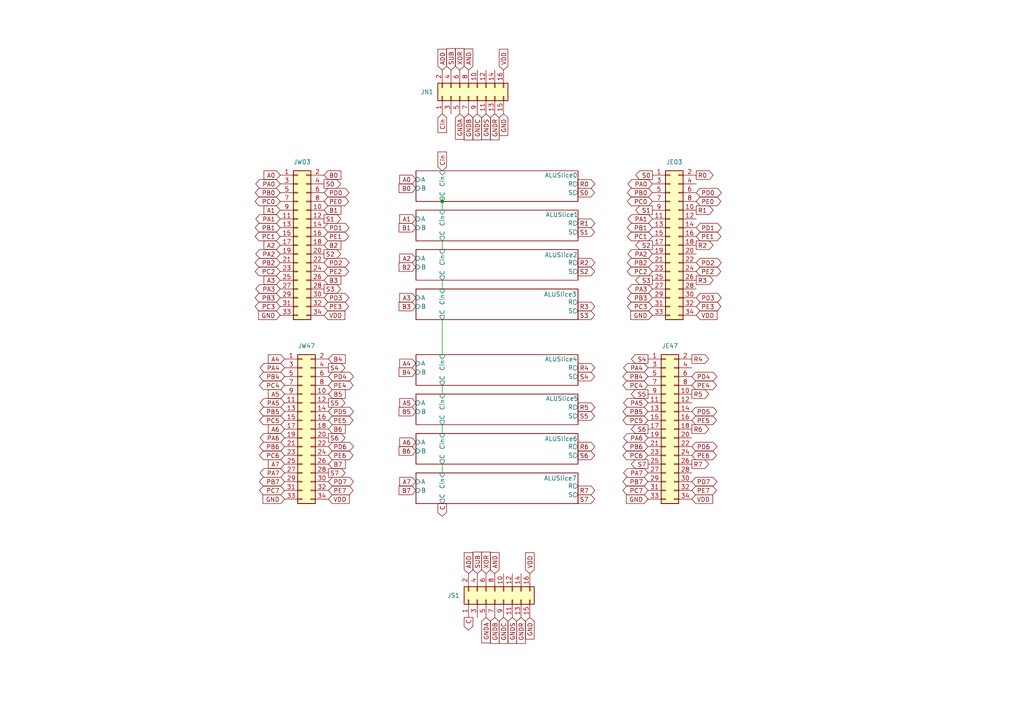
<source format=kicad_sch>
(kicad_sch (version 20250114) (generator "eeschema") (generator_version "9.0")
  (paper "A4")
  (lib_symbols
    (symbol "Connector_Generic:Conn_02x08_Odd_Even" (pin_names (offset 1.016) (hide yes))
      (property "Reference" "J" (at 1.27 10.16 0))
      (property "Value" "Conn_02x08_Odd_Even" (at 1.27 -12.7 0))
      (symbol "Conn_02x08_Odd_Even_1_1"
        (rectangle (start -1.27 8.89) (end 3.81 -11.43) (stroke (width 0.254)) (fill (type background)))
        (rectangle (start -1.27 7.747) (end 0 7.493) (stroke (width 0.1524)))
        (rectangle (start -1.27 5.207) (end 0 4.953) (stroke (width 0.1524)))
        (rectangle (start -1.27 2.667) (end 0 2.413) (stroke (width 0.1524)))
        (rectangle (start -1.27 0.127) (end 0 -0.127) (stroke (width 0.1524)))
        (rectangle (start -1.27 -2.413) (end 0 -2.667) (stroke (width 0.1524)))
        (rectangle (start -1.27 -4.953) (end 0 -5.207) (stroke (width 0.1524)))
        (rectangle (start -1.27 -7.493) (end 0 -7.747) (stroke (width 0.1524)))
        (rectangle (start -1.27 -10.033) (end 0 -10.287) (stroke (width 0.1524)))
        (rectangle (start 3.81 7.747) (end 2.54 7.493) (stroke (width 0.1524)))
        (rectangle (start 3.81 5.207) (end 2.54 4.953) (stroke (width 0.1524)))
        (rectangle (start 3.81 2.667) (end 2.54 2.413) (stroke (width 0.1524)))
        (rectangle (start 3.81 0.127) (end 2.54 -0.127) (stroke (width 0.1524)))
        (rectangle (start 3.81 -2.413) (end 2.54 -2.667) (stroke (width 0.1524)))
        (rectangle (start 3.81 -4.953) (end 2.54 -5.207) (stroke (width 0.1524)))
        (rectangle (start 3.81 -7.493) (end 2.54 -7.747) (stroke (width 0.1524)))
        (rectangle (start 3.81 -10.033) (end 2.54 -10.287) (stroke (width 0.1524)))
        (pin passive line (at -5.08 7.62 0) (length 3.81) (name "Pin_1") (number "1"))
        (pin passive line (at -5.08 5.08 0) (length 3.81) (name "Pin_3") (number "3"))
        (pin passive line (at -5.08 2.54 0) (length 3.81) (name "Pin_5") (number "5"))
        (pin passive line (at -5.08 0 0) (length 3.81) (name "Pin_7") (number "7"))
        (pin passive line (at -5.08 -2.54 0) (length 3.81) (name "Pin_9") (number "9"))
        (pin passive line (at -5.08 -5.08 0) (length 3.81) (name "Pin_11") (number "11"))
        (pin passive line (at -5.08 -7.62 0) (length 3.81) (name "Pin_13") (number "13"))
        (pin passive line (at -5.08 -10.16 0) (length 3.81) (name "Pin_15") (number "15"))
        (pin passive line (at 7.62 7.62 180) (length 3.81) (name "Pin_2") (number "2"))
        (pin passive line (at 7.62 5.08 180) (length 3.81) (name "Pin_4") (number "4"))
        (pin passive line (at 7.62 2.54 180) (length 3.81) (name "Pin_6") (number "6"))
        (pin passive line (at 7.62 0 180) (length 3.81) (name "Pin_8") (number "8"))
        (pin passive line (at 7.62 -2.54 180) (length 3.81) (name "Pin_10") (number "10"))
        (pin passive line (at 7.62 -5.08 180) (length 3.81) (name "Pin_12") (number "12"))
        (pin passive line (at 7.62 -7.62 180) (length 3.81) (name "Pin_14") (number "14"))
        (pin passive line (at 7.62 -10.16 180) (length 3.81) (name "Pin_16") (number "16"))
      )
    )
    (symbol "Connector_Generic:Conn_02x17_Odd_Even" (pin_names (offset 1.016) (hide yes))
      (property "Reference" "J" (at 1.27 22.86 0))
      (property "Value" "Conn_02x17_Odd_Even" (at 1.27 -22.86 0))
      (symbol "Conn_02x17_Odd_Even_1_1"
        (rectangle (start -1.27 21.59) (end 3.81 -21.59) (stroke (width 0.254)) (fill (type background)))
        (rectangle (start -1.27 20.447) (end 0 20.193) (stroke (width 0.1524)))
        (rectangle (start -1.27 17.907) (end 0 17.653) (stroke (width 0.1524)))
        (rectangle (start -1.27 15.367) (end 0 15.113) (stroke (width 0.1524)))
        (rectangle (start -1.27 12.827) (end 0 12.573) (stroke (width 0.1524)))
        (rectangle (start -1.27 10.287) (end 0 10.033) (stroke (width 0.1524)))
        (rectangle (start -1.27 7.747) (end 0 7.493) (stroke (width 0.1524)))
        (rectangle (start -1.27 5.207) (end 0 4.953) (stroke (width 0.1524)))
        (rectangle (start -1.27 2.667) (end 0 2.413) (stroke (width 0.1524)))
        (rectangle (start -1.27 0.127) (end 0 -0.127) (stroke (width 0.1524)))
        (rectangle (start -1.27 -2.413) (end 0 -2.667) (stroke (width 0.1524)))
        (rectangle (start -1.27 -4.953) (end 0 -5.207) (stroke (width 0.1524)))
        (rectangle (start -1.27 -7.493) (end 0 -7.747) (stroke (width 0.1524)))
        (rectangle (start -1.27 -10.033) (end 0 -10.287) (stroke (width 0.1524)))
        (rectangle (start -1.27 -12.573) (end 0 -12.827) (stroke (width 0.1524)))
        (rectangle (start -1.27 -15.113) (end 0 -15.367) (stroke (width 0.1524)))
        (rectangle (start -1.27 -17.653) (end 0 -17.907) (stroke (width 0.1524)))
        (rectangle (start -1.27 -20.193) (end 0 -20.447) (stroke (width 0.1524)))
        (rectangle (start 3.81 20.447) (end 2.54 20.193) (stroke (width 0.1524)))
        (rectangle (start 3.81 17.907) (end 2.54 17.653) (stroke (width 0.1524)))
        (rectangle (start 3.81 15.367) (end 2.54 15.113) (stroke (width 0.1524)))
        (rectangle (start 3.81 12.827) (end 2.54 12.573) (stroke (width 0.1524)))
        (rectangle (start 3.81 10.287) (end 2.54 10.033) (stroke (width 0.1524)))
        (rectangle (start 3.81 7.747) (end 2.54 7.493) (stroke (width 0.1524)))
        (rectangle (start 3.81 5.207) (end 2.54 4.953) (stroke (width 0.1524)))
        (rectangle (start 3.81 2.667) (end 2.54 2.413) (stroke (width 0.1524)))
        (rectangle (start 3.81 0.127) (end 2.54 -0.127) (stroke (width 0.1524)))
        (rectangle (start 3.81 -2.413) (end 2.54 -2.667) (stroke (width 0.1524)))
        (rectangle (start 3.81 -4.953) (end 2.54 -5.207) (stroke (width 0.1524)))
        (rectangle (start 3.81 -7.493) (end 2.54 -7.747) (stroke (width 0.1524)))
        (rectangle (start 3.81 -10.033) (end 2.54 -10.287) (stroke (width 0.1524)))
        (rectangle (start 3.81 -12.573) (end 2.54 -12.827) (stroke (width 0.1524)))
        (rectangle (start 3.81 -15.113) (end 2.54 -15.367) (stroke (width 0.1524)))
        (rectangle (start 3.81 -17.653) (end 2.54 -17.907) (stroke (width 0.1524)))
        (rectangle (start 3.81 -20.193) (end 2.54 -20.447) (stroke (width 0.1524)))
        (pin passive line (at -5.08 20.32 0) (length 3.81) (name "Pin_1") (number "1"))
        (pin passive line (at -5.08 17.78 0) (length 3.81) (name "Pin_3") (number "3"))
        (pin passive line (at -5.08 15.24 0) (length 3.81) (name "Pin_5") (number "5"))
        (pin passive line (at -5.08 12.7 0) (length 3.81) (name "Pin_7") (number "7"))
        (pin passive line (at -5.08 10.16 0) (length 3.81) (name "Pin_9") (number "9"))
        (pin passive line (at -5.08 7.62 0) (length 3.81) (name "Pin_11") (number "11"))
        (pin passive line (at -5.08 5.08 0) (length 3.81) (name "Pin_13") (number "13"))
        (pin passive line (at -5.08 2.54 0) (length 3.81) (name "Pin_15") (number "15"))
        (pin passive line (at -5.08 0 0) (length 3.81) (name "Pin_17") (number "17"))
        (pin passive line (at -5.08 -2.54 0) (length 3.81) (name "Pin_19") (number "19"))
        (pin passive line (at -5.08 -5.08 0) (length 3.81) (name "Pin_21") (number "21"))
        (pin passive line (at -5.08 -7.62 0) (length 3.81) (name "Pin_23") (number "23"))
        (pin passive line (at -5.08 -10.16 0) (length 3.81) (name "Pin_25") (number "25"))
        (pin passive line (at -5.08 -12.7 0) (length 3.81) (name "Pin_27") (number "27"))
        (pin passive line (at -5.08 -15.24 0) (length 3.81) (name "Pin_29") (number "29"))
        (pin passive line (at -5.08 -17.78 0) (length 3.81) (name "Pin_31") (number "31"))
        (pin passive line (at -5.08 -20.32 0) (length 3.81) (name "Pin_33") (number "33"))
        (pin passive line (at 7.62 20.32 180) (length 3.81) (name "Pin_2") (number "2"))
        (pin passive line (at 7.62 17.78 180) (length 3.81) (name "Pin_4") (number "4"))
        (pin passive line (at 7.62 15.24 180) (length 3.81) (name "Pin_6") (number "6"))
        (pin passive line (at 7.62 12.7 180) (length 3.81) (name "Pin_8") (number "8"))
        (pin passive line (at 7.62 10.16 180) (length 3.81) (name "Pin_10") (number "10"))
        (pin passive line (at 7.62 7.62 180) (length 3.81) (name "Pin_12") (number "12"))
        (pin passive line (at 7.62 5.08 180) (length 3.81) (name "Pin_14") (number "14"))
        (pin passive line (at 7.62 2.54 180) (length 3.81) (name "Pin_16") (number "16"))
        (pin passive line (at 7.62 0 180) (length 3.81) (name "Pin_18") (number "18"))
        (pin passive line (at 7.62 -2.54 180) (length 3.81) (name "Pin_20") (number "20"))
        (pin passive line (at 7.62 -5.08 180) (length 3.81) (name "Pin_22") (number "22"))
        (pin passive line (at 7.62 -7.62 180) (length 3.81) (name "Pin_24") (number "24"))
        (pin passive line (at 7.62 -10.16 180) (length 3.81) (name "Pin_26") (number "26"))
        (pin passive line (at 7.62 -12.7 180) (length 3.81) (name "Pin_28") (number "28"))
        (pin passive line (at 7.62 -15.24 180) (length 3.81) (name "Pin_30") (number "30"))
        (pin passive line (at 7.62 -17.78 180) (length 3.81) (name "Pin_32") (number "32"))
        (pin passive line (at 7.62 -20.32 180) (length 3.81) (name "Pin_34") (number "34"))
      )
    )
  )
  (junction (at 128.27 58.42))
  (wire (pts (xy 128.27 58.42) (xy 128.27 60.96)))
  (wire (pts (xy 128.27 69.85) (xy 128.27 72.39)))
  (wire (pts (xy 128.27 92.71) (xy 128.27 102.87)))
  (wire (pts (xy 128.27 81.28) (xy 128.27 83.82)))
  (wire (pts (xy 128.27 134.62) (xy 128.27 137.16)))
  (wire (pts (xy 128.27 123.19) (xy 128.27 125.73)))
  (wire (pts (xy 128.27 111.76) (xy 128.27 114.3)))
  (wire (pts (xy 128.27 57.15) (xy 128.27 58.42)))
  (global_label "PB7" (shape bidirectional) (at 187.96 139.7 180) (property "Intersheetrefs" "${INTERSHEET_REFS}" (effects (hide yes))))
  (global_label "PD6" (shape bidirectional) (at 95.25 129.54 0) (property "Intersheetrefs" "${INTERSHEET_REFS}" (effects (hide yes))))
  (global_label "PB4" (shape bidirectional) (at 187.96 109.22 180) (property "Intersheetrefs" "${INTERSHEET_REFS}" (effects (hide yes))))
  (global_label "R6" (shape output) (at 200.66 124.46 0) (property "Intersheetrefs" "${INTERSHEET_REFS}" (effects (hide yes))))
  (global_label "B2" (shape input) (at 120.65 77.47 180) (property "Intersheetrefs" "${INTERSHEET_REFS}" (effects (hide yes))))
  (global_label "B7" (shape input) (at 120.65 142.24 180) (property "Intersheetrefs" "${INTERSHEET_REFS}" (effects (hide yes))))
  (global_label "GNDS" (shape input) (at 148.59 179.07 270) (property "Intersheetrefs" "${INTERSHEET_REFS}" (effects (hide yes))))
  (global_label "S4" (shape output) (at 187.96 104.14 180) (property "Intersheetrefs" "${INTERSHEET_REFS}" (effects (hide yes))))
  (global_label "B7" (shape input) (at 95.25 134.62 0) (property "Intersheetrefs" "${INTERSHEET_REFS}" (effects (hide yes))))
  (global_label "GNDR" (shape input) (at 143.51 33.02 270) (property "Intersheetrefs" "${INTERSHEET_REFS}" (effects (hide yes))))
  (global_label "R1" (shape output) (at 201.93 60.96 0) (property "Intersheetrefs" "${INTERSHEET_REFS}" (effects (hide yes))))
  (global_label "VDD" (shape input) (at 200.66 144.78 0) (property "Intersheetrefs" "${INTERSHEET_REFS}" (effects (hide yes))))
  (global_label "GND" (shape input) (at 187.96 144.78 180) (property "Intersheetrefs" "${INTERSHEET_REFS}" (effects (hide yes))))
  (global_label "PB2" (shape bidirectional) (at 189.23 76.2 180) (property "Intersheetrefs" "${INTERSHEET_REFS}" (effects (hide yes))))
  (global_label "S3" (shape output) (at 189.23 81.28 180) (property "Intersheetrefs" "${INTERSHEET_REFS}" (effects (hide yes))))
  (global_label "C" (shape output) (at 128.27 146.05 270) (property "Intersheetrefs" "${INTERSHEET_REFS}" (effects (hide yes))))
  (global_label "B5" (shape input) (at 120.65 119.38 180) (property "Intersheetrefs" "${INTERSHEET_REFS}" (effects (hide yes))))
  (global_label "R5" (shape output) (at 200.66 114.3 0) (property "Intersheetrefs" "${INTERSHEET_REFS}" (effects (hide yes))))
  (global_label "R1" (shape output) (at 167.64 64.77 0) (property "Intersheetrefs" "${INTERSHEET_REFS}" (effects (hide yes))))
  (global_label "PC3" (shape bidirectional) (at 81.28 88.9 180) (property "Intersheetrefs" "${INTERSHEET_REFS}" (effects (hide yes))))
  (global_label "PD0" (shape bidirectional) (at 201.93 55.88 0) (property "Intersheetrefs" "${INTERSHEET_REFS}" (effects (hide yes))))
  (global_label "VDD" (shape input) (at 153.67 166.37 90) (property "Intersheetrefs" "${INTERSHEET_REFS}" (effects (hide yes))))
  (global_label "GNDA" (shape input) (at 133.35 33.02 270) (property "Intersheetrefs" "${INTERSHEET_REFS}" (effects (hide yes))))
  (global_label "B4" (shape input) (at 120.65 107.95 180) (property "Intersheetrefs" "${INTERSHEET_REFS}" (effects (hide yes))))
  (global_label "S1" (shape output) (at 189.23 60.96 180) (property "Intersheetrefs" "${INTERSHEET_REFS}" (effects (hide yes))))
  (global_label "PC7" (shape bidirectional) (at 187.96 142.24 180) (property "Intersheetrefs" "${INTERSHEET_REFS}" (effects (hide yes))))
  (global_label "PD5" (shape bidirectional) (at 200.66 119.38 0) (property "Intersheetrefs" "${INTERSHEET_REFS}" (effects (hide yes))))
  (global_label "GND" (shape input) (at 82.55 144.78 180) (property "Intersheetrefs" "${INTERSHEET_REFS}" (effects (hide yes))))
  (global_label "S6" (shape output) (at 95.25 127 0) (property "Intersheetrefs" "${INTERSHEET_REFS}" (effects (hide yes))))
  (global_label "PE7" (shape bidirectional) (at 95.25 142.24 0) (property "Intersheetrefs" "${INTERSHEET_REFS}" (effects (hide yes))))
  (global_label "XOR" (shape input) (at 133.35 20.32 90) (property "Intersheetrefs" "${INTERSHEET_REFS}" (effects (hide yes))))
  (global_label "A2" (shape input) (at 81.28 71.12 180) (property "Intersheetrefs" "${INTERSHEET_REFS}" (effects (hide yes))))
  (global_label "PC3" (shape bidirectional) (at 189.23 88.9 180) (property "Intersheetrefs" "${INTERSHEET_REFS}" (effects (hide yes))))
  (global_label "S6" (shape output) (at 187.96 124.46 180) (property "Intersheetrefs" "${INTERSHEET_REFS}" (effects (hide yes))))
  (global_label "S5" (shape output) (at 187.96 114.3 180) (property "Intersheetrefs" "${INTERSHEET_REFS}" (effects (hide yes))))
  (global_label "A2" (shape input) (at 120.65 74.93 180) (property "Intersheetrefs" "${INTERSHEET_REFS}" (effects (hide yes))))
  (global_label "PA4" (shape bidirectional) (at 187.96 106.68 180) (property "Intersheetrefs" "${INTERSHEET_REFS}" (effects (hide yes))))
  (global_label "PB0" (shape bidirectional) (at 189.23 55.88 180) (property "Intersheetrefs" "${INTERSHEET_REFS}" (effects (hide yes))))
  (global_label "PD4" (shape bidirectional) (at 200.66 109.22 0) (property "Intersheetrefs" "${INTERSHEET_REFS}" (effects (hide yes))))
  (global_label "S2" (shape output) (at 93.98 73.66 0) (property "Intersheetrefs" "${INTERSHEET_REFS}" (effects (hide yes))))
  (global_label "PE4" (shape bidirectional) (at 95.25 111.76 0) (property "Intersheetrefs" "${INTERSHEET_REFS}" (effects (hide yes))))
  (global_label "PB6" (shape bidirectional) (at 187.96 129.54 180) (property "Intersheetrefs" "${INTERSHEET_REFS}" (effects (hide yes))))
  (global_label "PC5" (shape bidirectional) (at 187.96 121.92 180) (property "Intersheetrefs" "${INTERSHEET_REFS}" (effects (hide yes))))
  (global_label "PC2" (shape bidirectional) (at 189.23 78.74 180) (property "Intersheetrefs" "${INTERSHEET_REFS}" (effects (hide yes))))
  (global_label "PA5" (shape bidirectional) (at 187.96 116.84 180) (property "Intersheetrefs" "${INTERSHEET_REFS}" (effects (hide yes))))
  (global_label "B0" (shape input) (at 120.65 54.61 180) (property "Intersheetrefs" "${INTERSHEET_REFS}" (effects (hide yes))))
  (global_label "GNDC" (shape input) (at 146.05 179.07 270) (property "Intersheetrefs" "${INTERSHEET_REFS}" (effects (hide yes))))
  (global_label "GND" (shape input) (at 146.05 33.02 270) (property "Intersheetrefs" "${INTERSHEET_REFS}" (effects (hide yes))))
  (global_label "S1" (shape output) (at 93.98 63.5 0) (property "Intersheetrefs" "${INTERSHEET_REFS}" (effects (hide yes))))
  (global_label "PE0" (shape bidirectional) (at 93.98 58.42 0) (property "Intersheetrefs" "${INTERSHEET_REFS}" (effects (hide yes))))
  (global_label "PA7" (shape bidirectional) (at 82.55 137.16 180) (property "Intersheetrefs" "${INTERSHEET_REFS}" (effects (hide yes))))
  (global_label "PE3" (shape bidirectional) (at 93.98 88.9 0) (property "Intersheetrefs" "${INTERSHEET_REFS}" (effects (hide yes))))
  (global_label "PC6" (shape bidirectional) (at 82.55 132.08 180) (property "Intersheetrefs" "${INTERSHEET_REFS}" (effects (hide yes))))
  (global_label "A1" (shape input) (at 81.28 60.96 180) (property "Intersheetrefs" "${INTERSHEET_REFS}" (effects (hide yes))))
  (global_label "PA0" (shape bidirectional) (at 81.28 53.34 180) (property "Intersheetrefs" "${INTERSHEET_REFS}" (effects (hide yes))))
  (global_label "S7" (shape output) (at 95.25 137.16 0) (property "Intersheetrefs" "${INTERSHEET_REFS}" (effects (hide yes))))
  (global_label "GNDA" (shape input) (at 140.97 179.07 270) (property "Intersheetrefs" "${INTERSHEET_REFS}" (effects (hide yes))))
  (global_label "PB0" (shape bidirectional) (at 81.28 55.88 180) (property "Intersheetrefs" "${INTERSHEET_REFS}" (effects (hide yes))))
  (global_label "PD2" (shape bidirectional) (at 93.98 76.2 0) (property "Intersheetrefs" "${INTERSHEET_REFS}" (effects (hide yes))))
  (global_label "PA2" (shape bidirectional) (at 81.28 73.66 180) (property "Intersheetrefs" "${INTERSHEET_REFS}" (effects (hide yes))))
  (global_label "S4" (shape output) (at 167.64 109.22 0) (property "Intersheetrefs" "${INTERSHEET_REFS}" (effects (hide yes))))
  (global_label "PE6" (shape bidirectional) (at 200.66 132.08 0) (property "Intersheetrefs" "${INTERSHEET_REFS}" (effects (hide yes))))
  (global_label "S2" (shape output) (at 167.64 78.74 0) (property "Intersheetrefs" "${INTERSHEET_REFS}" (effects (hide yes))))
  (global_label "PC1" (shape bidirectional) (at 189.23 68.58 180) (property "Intersheetrefs" "${INTERSHEET_REFS}" (effects (hide yes))))
  (global_label "A5" (shape input) (at 82.55 114.3 180) (property "Intersheetrefs" "${INTERSHEET_REFS}" (effects (hide yes))))
  (global_label "GND" (shape input) (at 189.23 91.44 180) (property "Intersheetrefs" "${INTERSHEET_REFS}" (effects (hide yes))))
  (global_label "PB7" (shape bidirectional) (at 82.55 139.7 180) (property "Intersheetrefs" "${INTERSHEET_REFS}" (effects (hide yes))))
  (global_label "ADD" (shape input) (at 128.27 20.32 90) (property "Intersheetrefs" "${INTERSHEET_REFS}" (effects (hide yes))))
  (global_label "PD7" (shape bidirectional) (at 95.25 139.7 0) (property "Intersheetrefs" "${INTERSHEET_REFS}" (effects (hide yes))))
  (global_label "B6" (shape input) (at 95.25 124.46 0) (property "Intersheetrefs" "${INTERSHEET_REFS}" (effects (hide yes))))
  (global_label "A3" (shape input) (at 81.28 81.28 180) (property "Intersheetrefs" "${INTERSHEET_REFS}" (effects (hide yes))))
  (global_label "PC4" (shape bidirectional) (at 187.96 111.76 180) (property "Intersheetrefs" "${INTERSHEET_REFS}" (effects (hide yes))))
  (global_label "R0" (shape output) (at 167.64 53.34 0) (property "Intersheetrefs" "${INTERSHEET_REFS}" (effects (hide yes))))
  (global_label "GNDC" (shape input) (at 138.43 33.02 270) (property "Intersheetrefs" "${INTERSHEET_REFS}" (effects (hide yes))))
  (global_label "PC7" (shape bidirectional) (at 82.55 142.24 180) (property "Intersheetrefs" "${INTERSHEET_REFS}" (effects (hide yes))))
  (global_label "PA3" (shape bidirectional) (at 189.23 83.82 180) (property "Intersheetrefs" "${INTERSHEET_REFS}" (effects (hide yes))))
  (global_label "GND" (shape input) (at 81.28 91.44 180) (property "Intersheetrefs" "${INTERSHEET_REFS}" (effects (hide yes))))
  (global_label "PB2" (shape bidirectional) (at 81.28 76.2 180) (property "Intersheetrefs" "${INTERSHEET_REFS}" (effects (hide yes))))
  (global_label "R2" (shape output) (at 167.64 76.2 0) (property "Intersheetrefs" "${INTERSHEET_REFS}" (effects (hide yes))))
  (global_label "PA2" (shape bidirectional) (at 189.23 73.66 180) (property "Intersheetrefs" "${INTERSHEET_REFS}" (effects (hide yes))))
  (global_label "PB6" (shape bidirectional) (at 82.55 129.54 180) (property "Intersheetrefs" "${INTERSHEET_REFS}" (effects (hide yes))))
  (global_label "B3" (shape input) (at 120.65 88.9 180) (property "Intersheetrefs" "${INTERSHEET_REFS}" (effects (hide yes))))
  (global_label "PD5" (shape bidirectional) (at 95.25 119.38 0) (property "Intersheetrefs" "${INTERSHEET_REFS}" (effects (hide yes))))
  (global_label "B0" (shape input) (at 93.98 50.8 0) (property "Intersheetrefs" "${INTERSHEET_REFS}" (effects (hide yes))))
  (global_label "PE2" (shape bidirectional) (at 201.93 78.74 0) (property "Intersheetrefs" "${INTERSHEET_REFS}" (effects (hide yes))))
  (global_label "S5" (shape output) (at 95.25 116.84 0) (property "Intersheetrefs" "${INTERSHEET_REFS}" (effects (hide yes))))
  (global_label "S2" (shape output) (at 189.23 71.12 180) (property "Intersheetrefs" "${INTERSHEET_REFS}" (effects (hide yes))))
  (global_label "R5" (shape output) (at 167.64 118.11 0) (property "Intersheetrefs" "${INTERSHEET_REFS}" (effects (hide yes))))
  (global_label "S3" (shape output) (at 167.64 91.44 0) (property "Intersheetrefs" "${INTERSHEET_REFS}" (effects (hide yes))))
  (global_label "S4" (shape output) (at 95.25 106.68 0) (property "Intersheetrefs" "${INTERSHEET_REFS}" (effects (hide yes))))
  (global_label "GNDB" (shape input) (at 143.51 179.07 270) (property "Intersheetrefs" "${INTERSHEET_REFS}" (effects (hide yes))))
  (global_label "PB5" (shape bidirectional) (at 82.55 119.38 180) (property "Intersheetrefs" "${INTERSHEET_REFS}" (effects (hide yes))))
  (global_label "Cin" (shape input) (at 128.27 49.53 90) (property "Intersheetrefs" "${INTERSHEET_REFS}" (effects (hide yes))))
  (global_label "B1" (shape input) (at 120.65 66.04 180) (property "Intersheetrefs" "${INTERSHEET_REFS}" (effects (hide yes))))
  (global_label "A4" (shape input) (at 82.55 104.14 180) (property "Intersheetrefs" "${INTERSHEET_REFS}" (effects (hide yes))))
  (global_label "PC5" (shape bidirectional) (at 82.55 121.92 180) (property "Intersheetrefs" "${INTERSHEET_REFS}" (effects (hide yes))))
  (global_label "PB1" (shape bidirectional) (at 189.23 66.04 180) (property "Intersheetrefs" "${INTERSHEET_REFS}" (effects (hide yes))))
  (global_label "S0" (shape output) (at 93.98 53.34 0) (property "Intersheetrefs" "${INTERSHEET_REFS}" (effects (hide yes))))
  (global_label "B2" (shape input) (at 93.98 71.12 0) (property "Intersheetrefs" "${INTERSHEET_REFS}" (effects (hide yes))))
  (global_label "B4" (shape input) (at 95.25 104.14 0) (property "Intersheetrefs" "${INTERSHEET_REFS}" (effects (hide yes))))
  (global_label "B3" (shape input) (at 93.98 81.28 0) (property "Intersheetrefs" "${INTERSHEET_REFS}" (effects (hide yes))))
  (global_label "S7" (shape output) (at 187.96 134.62 180) (property "Intersheetrefs" "${INTERSHEET_REFS}" (effects (hide yes))))
  (global_label "XOR" (shape input) (at 140.97 166.37 90) (property "Intersheetrefs" "${INTERSHEET_REFS}" (effects (hide yes))))
  (global_label "PC4" (shape bidirectional) (at 82.55 111.76 180) (property "Intersheetrefs" "${INTERSHEET_REFS}" (effects (hide yes))))
  (global_label "PC0" (shape bidirectional) (at 189.23 58.42 180) (property "Intersheetrefs" "${INTERSHEET_REFS}" (effects (hide yes))))
  (global_label "A0" (shape input) (at 81.28 50.8 180) (property "Intersheetrefs" "${INTERSHEET_REFS}" (effects (hide yes))))
  (global_label "PD2" (shape bidirectional) (at 201.93 76.2 0) (property "Intersheetrefs" "${INTERSHEET_REFS}" (effects (hide yes))))
  (global_label "Cin" (shape input) (at 128.27 33.02 270) (property "Intersheetrefs" "${INTERSHEET_REFS}" (effects (hide yes))))
  (global_label "PE7" (shape bidirectional) (at 200.66 142.24 0) (property "Intersheetrefs" "${INTERSHEET_REFS}" (effects (hide yes))))
  (global_label "A7" (shape input) (at 120.65 139.7 180) (property "Intersheetrefs" "${INTERSHEET_REFS}" (effects (hide yes))))
  (global_label "PC0" (shape bidirectional) (at 81.28 58.42 180) (property "Intersheetrefs" "${INTERSHEET_REFS}" (effects (hide yes))))
  (global_label "A3" (shape input) (at 120.65 86.36 180) (property "Intersheetrefs" "${INTERSHEET_REFS}" (effects (hide yes))))
  (global_label "PE5" (shape bidirectional) (at 200.66 121.92 0) (property "Intersheetrefs" "${INTERSHEET_REFS}" (effects (hide yes))))
  (global_label "SUB" (shape input) (at 130.81 20.32 90) (property "Intersheetrefs" "${INTERSHEET_REFS}" (effects (hide yes))))
  (global_label "GND" (shape input) (at 153.67 179.07 270) (property "Intersheetrefs" "${INTERSHEET_REFS}" (effects (hide yes))))
  (global_label "A7" (shape input) (at 82.55 134.62 180) (property "Intersheetrefs" "${INTERSHEET_REFS}" (effects (hide yes))))
  (global_label "VDD" (shape input) (at 93.98 91.44 0) (property "Intersheetrefs" "${INTERSHEET_REFS}" (effects (hide yes))))
  (global_label "PE1" (shape bidirectional) (at 201.93 68.58 0) (property "Intersheetrefs" "${INTERSHEET_REFS}" (effects (hide yes))))
  (global_label "S5" (shape output) (at 167.64 120.65 0) (property "Intersheetrefs" "${INTERSHEET_REFS}" (effects (hide yes))))
  (global_label "PE6" (shape bidirectional) (at 95.25 132.08 0) (property "Intersheetrefs" "${INTERSHEET_REFS}" (effects (hide yes))))
  (global_label "PD4" (shape bidirectional) (at 95.25 109.22 0) (property "Intersheetrefs" "${INTERSHEET_REFS}" (effects (hide yes))))
  (global_label "R6" (shape output) (at 167.64 129.54 0) (property "Intersheetrefs" "${INTERSHEET_REFS}" (effects (hide yes))))
  (global_label "PD6" (shape bidirectional) (at 200.66 129.54 0) (property "Intersheetrefs" "${INTERSHEET_REFS}" (effects (hide yes))))
  (global_label "PE3" (shape bidirectional) (at 201.93 88.9 0) (property "Intersheetrefs" "${INTERSHEET_REFS}" (effects (hide yes))))
  (global_label "AND" (shape input) (at 143.51 166.37 90) (property "Intersheetrefs" "${INTERSHEET_REFS}" (effects (hide yes))))
  (global_label "PC1" (shape bidirectional) (at 81.28 68.58 180) (property "Intersheetrefs" "${INTERSHEET_REFS}" (effects (hide yes))))
  (global_label "A6" (shape input) (at 82.55 124.46 180) (property "Intersheetrefs" "${INTERSHEET_REFS}" (effects (hide yes))))
  (global_label "B6" (shape input) (at 120.65 130.81 180) (property "Intersheetrefs" "${INTERSHEET_REFS}" (effects (hide yes))))
  (global_label "GNDR" (shape input) (at 151.13 179.07 270) (property "Intersheetrefs" "${INTERSHEET_REFS}" (effects (hide yes))))
  (global_label "B5" (shape input) (at 95.25 114.3 0) (property "Intersheetrefs" "${INTERSHEET_REFS}" (effects (hide yes))))
  (global_label "PD3" (shape bidirectional) (at 201.93 86.36 0) (property "Intersheetrefs" "${INTERSHEET_REFS}" (effects (hide yes))))
  (global_label "PB3" (shape bidirectional) (at 81.28 86.36 180) (property "Intersheetrefs" "${INTERSHEET_REFS}" (effects (hide yes))))
  (global_label "A5" (shape input) (at 120.65 116.84 180) (property "Intersheetrefs" "${INTERSHEET_REFS}" (effects (hide yes))))
  (global_label "S0" (shape output) (at 189.23 50.8 180) (property "Intersheetrefs" "${INTERSHEET_REFS}" (effects (hide yes))))
  (global_label "A1" (shape input) (at 120.65 63.5 180) (property "Intersheetrefs" "${INTERSHEET_REFS}" (effects (hide yes))))
  (global_label "ADD" (shape input) (at 135.89 166.37 90) (property "Intersheetrefs" "${INTERSHEET_REFS}" (effects (hide yes))))
  (global_label "C" (shape output) (at 135.89 179.07 270) (property "Intersheetrefs" "${INTERSHEET_REFS}" (effects (hide yes))))
  (global_label "PD1" (shape bidirectional) (at 201.93 66.04 0) (property "Intersheetrefs" "${INTERSHEET_REFS}" (effects (hide yes))))
  (global_label "PB3" (shape bidirectional) (at 189.23 86.36 180) (property "Intersheetrefs" "${INTERSHEET_REFS}" (effects (hide yes))))
  (global_label "R3" (shape output) (at 167.64 88.9 0) (property "Intersheetrefs" "${INTERSHEET_REFS}" (effects (hide yes))))
  (global_label "S1" (shape output) (at 167.64 67.31 0) (property "Intersheetrefs" "${INTERSHEET_REFS}" (effects (hide yes))))
  (global_label "VDD" (shape input) (at 95.25 144.78 0) (property "Intersheetrefs" "${INTERSHEET_REFS}" (effects (hide yes))))
  (global_label "PD3" (shape bidirectional) (at 93.98 86.36 0) (property "Intersheetrefs" "${INTERSHEET_REFS}" (effects (hide yes))))
  (global_label "PC2" (shape bidirectional) (at 81.28 78.74 180) (property "Intersheetrefs" "${INTERSHEET_REFS}" (effects (hide yes))))
  (global_label "PA5" (shape bidirectional) (at 82.55 116.84 180) (property "Intersheetrefs" "${INTERSHEET_REFS}" (effects (hide yes))))
  (global_label "PE4" (shape bidirectional) (at 200.66 111.76 0) (property "Intersheetrefs" "${INTERSHEET_REFS}" (effects (hide yes))))
  (global_label "PA0" (shape bidirectional) (at 189.23 53.34 180) (property "Intersheetrefs" "${INTERSHEET_REFS}" (effects (hide yes))))
  (global_label "B1" (shape input) (at 93.98 60.96 0) (property "Intersheetrefs" "${INTERSHEET_REFS}" (effects (hide yes))))
  (global_label "PA1" (shape bidirectional) (at 81.28 63.5 180) (property "Intersheetrefs" "${INTERSHEET_REFS}" (effects (hide yes))))
  (global_label "AND" (shape input) (at 135.89 20.32 90) (property "Intersheetrefs" "${INTERSHEET_REFS}" (effects (hide yes))))
  (global_label "PB5" (shape bidirectional) (at 187.96 119.38 180) (property "Intersheetrefs" "${INTERSHEET_REFS}" (effects (hide yes))))
  (global_label "PC6" (shape bidirectional) (at 187.96 132.08 180) (property "Intersheetrefs" "${INTERSHEET_REFS}" (effects (hide yes))))
  (global_label "PB4" (shape bidirectional) (at 82.55 109.22 180) (property "Intersheetrefs" "${INTERSHEET_REFS}" (effects (hide yes))))
  (global_label "R4" (shape output) (at 167.64 106.68 0) (property "Intersheetrefs" "${INTERSHEET_REFS}" (effects (hide yes))))
  (global_label "R0" (shape output) (at 201.93 50.8 0) (property "Intersheetrefs" "${INTERSHEET_REFS}" (effects (hide yes))))
  (global_label "PA1" (shape bidirectional) (at 189.23 63.5 180) (property "Intersheetrefs" "${INTERSHEET_REFS}" (effects (hide yes))))
  (global_label "SUB" (shape input) (at 138.43 166.37 90) (property "Intersheetrefs" "${INTERSHEET_REFS}" (effects (hide yes))))
  (global_label "PA4" (shape bidirectional) (at 82.55 106.68 180) (property "Intersheetrefs" "${INTERSHEET_REFS}" (effects (hide yes))))
  (global_label "R4" (shape output) (at 200.66 104.14 0) (property "Intersheetrefs" "${INTERSHEET_REFS}" (effects (hide yes))))
  (global_label "S7" (shape output) (at 167.64 144.78 0) (property "Intersheetrefs" "${INTERSHEET_REFS}" (effects (hide yes))))
  (global_label "A6" (shape input) (at 120.65 128.27 180) (property "Intersheetrefs" "${INTERSHEET_REFS}" (effects (hide yes))))
  (global_label "A0" (shape input) (at 120.65 52.07 180) (property "Intersheetrefs" "${INTERSHEET_REFS}" (effects (hide yes))))
  (global_label "R3" (shape output) (at 201.93 81.28 0) (property "Intersheetrefs" "${INTERSHEET_REFS}" (effects (hide yes))))
  (global_label "VDD" (shape input) (at 201.93 91.44 0) (property "Intersheetrefs" "${INTERSHEET_REFS}" (effects (hide yes))))
  (global_label "PA7" (shape bidirectional) (at 187.96 137.16 180) (property "Intersheetrefs" "${INTERSHEET_REFS}" (effects (hide yes))))
  (global_label "PE1" (shape bidirectional) (at 93.98 68.58 0) (property "Intersheetrefs" "${INTERSHEET_REFS}" (effects (hide yes))))
  (global_label "S6" (shape output) (at 167.64 132.08 0) (property "Intersheetrefs" "${INTERSHEET_REFS}" (effects (hide yes))))
  (global_label "PA3" (shape bidirectional) (at 81.28 83.82 180) (property "Intersheetrefs" "${INTERSHEET_REFS}" (effects (hide yes))))
  (global_label "GNDS" (shape input) (at 140.97 33.02 270) (property "Intersheetrefs" "${INTERSHEET_REFS}" (effects (hide yes))))
  (global_label "S3" (shape output) (at 93.98 83.82 0) (property "Intersheetrefs" "${INTERSHEET_REFS}" (effects (hide yes))))
  (global_label "GNDB" (shape input) (at 135.89 33.02 270) (property "Intersheetrefs" "${INTERSHEET_REFS}" (effects (hide yes))))
  (global_label "PA6" (shape bidirectional) (at 187.96 127 180) (property "Intersheetrefs" "${INTERSHEET_REFS}" (effects (hide yes))))
  (global_label "PD1" (shape bidirectional) (at 93.98 66.04 0) (property "Intersheetrefs" "${INTERSHEET_REFS}" (effects (hide yes))))
  (global_label "PA6" (shape bidirectional) (at 82.55 127 180) (property "Intersheetrefs" "${INTERSHEET_REFS}" (effects (hide yes))))
  (global_label "PE5" (shape bidirectional) (at 95.25 121.92 0) (property "Intersheetrefs" "${INTERSHEET_REFS}" (effects (hide yes))))
  (global_label "R7" (shape output) (at 200.66 134.62 0) (property "Intersheetrefs" "${INTERSHEET_REFS}" (effects (hide yes))))
  (global_label "R2" (shape output) (at 201.93 71.12 0) (property "Intersheetrefs" "${INTERSHEET_REFS}" (effects (hide yes))))
  (global_label "VDD" (shape input) (at 146.05 20.32 90) (property "Intersheetrefs" "${INTERSHEET_REFS}" (effects (hide yes))))
  (global_label "A4" (shape input) (at 120.65 105.41 180) (property "Intersheetrefs" "${INTERSHEET_REFS}" (effects (hide yes))))
  (global_label "PD0" (shape bidirectional) (at 93.98 55.88 0) (property "Intersheetrefs" "${INTERSHEET_REFS}" (effects (hide yes))))
  (global_label "S0" (shape output) (at 167.64 55.88 0) (property "Intersheetrefs" "${INTERSHEET_REFS}" (effects (hide yes))))
  (global_label "PE0" (shape bidirectional) (at 201.93 58.42 0) (property "Intersheetrefs" "${INTERSHEET_REFS}" (effects (hide yes))))
  (global_label "PD7" (shape bidirectional) (at 200.66 139.7 0) (property "Intersheetrefs" "${INTERSHEET_REFS}" (effects (hide yes))))
  (global_label "PB1" (shape bidirectional) (at 81.28 66.04 180) (property "Intersheetrefs" "${INTERSHEET_REFS}" (effects (hide yes))))
  (global_label "R7" (shape output) (at 167.64 142.24 0) (property "Intersheetrefs" "${INTERSHEET_REFS}" (effects (hide yes))))
  (global_label "PE2" (shape bidirectional) (at 93.98 78.74 0) (property "Intersheetrefs" "${INTERSHEET_REFS}" (effects (hide yes))))
  (symbol (lib_id "Connector_Generic:Conn_02x17_Odd_Even") (at 86.36 71.12 0) (unit 1) (in_bom no)
    (property "Reference" "JW03" (at 87.63 46.99 0))
    (property "Footprint" "Connector_PinHeader_2.54mm:PinHeader_2x17_P2.54mm_Vertical" (effects (hide yes)))
    (property "Description" "Generic connector, double row, 02x17, odd/even pin numbering scheme (row 1 odd numbers, row 2 even numbers), script generated (kicad-library-utils/schlib/autogen/connector/)" (effects (hide yes)))
  )
  (symbol (lib_id "Connector_Generic:Conn_02x08_Odd_Even") (at 135.89 27.94 90) (unit 1) (in_bom no)
    (property "Reference" "JN1" (at 125.73 26.6699 90) (effects (justify left)))
    (property "Footprint" "Connector_PinHeader_2.54mm:PinHeader_2x08_P2.54mm_Vertical" (effects (hide yes)))
    (property "Description" "Generic connector, double row, 02x08, odd/even pin numbering scheme (row 1 odd numbers, row 2 even numbers), script generated (kicad-library-utils/schlib/autogen/connector/)" (effects (hide yes)))
  )
  (symbol (lib_id "Connector_Generic:Conn_02x08_Odd_Even") (at 143.51 173.99 90) (unit 1) (in_bom no)
    (property "Reference" "JS1" (at 133.35 172.7199 90) (effects (justify left)))
    (property "Footprint" "Connector_PinHeader_2.54mm:PinHeader_2x08_P2.54mm_Vertical" (effects (hide yes)))
    (property "Description" "Generic connector, double row, 02x08, odd/even pin numbering scheme (row 1 odd numbers, row 2 even numbers), script generated (kicad-library-utils/schlib/autogen/connector/)" (effects (hide yes)))
  )
  (symbol (lib_id "Connector_Generic:Conn_02x17_Odd_Even") (at 194.31 71.12 0) (unit 1) (in_bom no)
    (property "Reference" "JE03" (at 195.58 46.99 0))
    (property "Footprint" "Connector_PinHeader_2.54mm:PinHeader_2x17_P2.54mm_Vertical" (effects (hide yes)))
    (property "Description" "Generic connector, double row, 02x17, odd/even pin numbering scheme (row 1 odd numbers, row 2 even numbers), script generated (kicad-library-utils/schlib/autogen/connector/)" (effects (hide yes)))
  )
  (symbol (lib_id "Connector_Generic:Conn_02x17_Odd_Even") (at 87.63 124.46 0) (unit 1) (in_bom no)
    (property "Reference" "JW47" (at 88.9 100.33 0))
    (property "Footprint" "Connector_PinHeader_2.54mm:PinHeader_2x17_P2.54mm_Vertical" (effects (hide yes)))
    (property "Description" "Generic connector, double row, 02x17, odd/even pin numbering scheme (row 1 odd numbers, row 2 even numbers), script generated (kicad-library-utils/schlib/autogen/connector/)" (effects (hide yes)))
  )
  (symbol (lib_id "Connector_Generic:Conn_02x17_Odd_Even") (at 193.04 124.46 0) (unit 1) (in_bom no)
    (property "Reference" "JE47" (at 194.31 100.33 0))
    (property "Footprint" "Connector_PinHeader_2.54mm:PinHeader_2x17_P2.54mm_Vertical" (effects (hide yes)))
    (property "Description" "Generic connector, double row, 02x17, odd/even pin numbering scheme (row 1 odd numbers, row 2 even numbers), script generated (kicad-library-utils/schlib/autogen/connector/)" (effects (hide yes)))
  )
  (sheet (at 120.65 102.87) (size 46.99 8.89) (stroke (width 0.1524))
    (property "Sheetname" "ALUSlice4" (at 157.988 104.902 0) (effects (justify left bottom)))
    (property "Sheetfile" "ALUSlice.kicad_sch" (effects (hide yes)))
    (pin "Cin" input (at 128.27 102.87 90))
    (pin "B" input (at 120.65 107.95 180))
    (pin "A" input (at 120.65 105.41 180))
    (pin "S" output (at 167.64 109.22 0))
    (pin "C" output (at 128.27 111.76 270))
    (pin "R" output (at 167.64 106.68 0))
  )
  (sheet (at 120.65 125.73) (size 46.99 8.89) (stroke (width 0.1524))
    (property "Sheetname" "ALUSlice6" (at 157.988 128.016 0) (effects (justify left bottom)))
    (property "Sheetfile" "ALUSlice.kicad_sch" (effects (hide yes)))
    (pin "Cin" input (at 128.27 125.73 90))
    (pin "B" input (at 120.65 130.81 180))
    (pin "A" input (at 120.65 128.27 180))
    (pin "S" output (at 167.64 132.08 0))
    (pin "C" output (at 128.27 134.62 270))
    (pin "R" output (at 167.64 129.54 0))
  )
  (sheet (at 120.65 137.16) (size 46.99 8.89) (stroke (width 0.1524))
    (property "Sheetname" "ALUSlice7" (at 157.734 139.446 0) (effects (justify left bottom)))
    (property "Sheetfile" "ALUSlice.kicad_sch" (effects (hide yes)))
    (pin "Cin" input (at 128.27 137.16 90))
    (pin "B" input (at 120.65 142.24 180))
    (pin "A" input (at 120.65 139.7 180))
    (pin "S" output (at 167.64 143.51 0))
    (pin "C" output (at 128.27 146.05 270))
    (pin "R" output (at 167.64 140.97 0))
  )
  (sheet (at 120.65 83.82) (size 46.99 8.89) (stroke (width 0.1524))
    (property "Sheetname" "ALUSlice3" (at 157.734 86.106 0) (effects (justify left bottom)))
    (property "Sheetfile" "ALUSlice.kicad_sch" (effects (hide yes)))
    (pin "Cin" input (at 128.27 83.82 90))
    (pin "B" input (at 120.65 88.9 180))
    (pin "A" input (at 120.65 86.36 180))
    (pin "S" output (at 167.64 90.17 0))
    (pin "C" output (at 128.27 92.71 270))
    (pin "R" output (at 167.64 87.63 0))
  )
  (sheet (at 120.65 72.39) (size 46.99 8.89) (stroke (width 0.1524))
    (property "Sheetname" "ALUSlice2" (at 157.988 74.676 0) (effects (justify left bottom)))
    (property "Sheetfile" "ALUSlice.kicad_sch" (effects (hide yes)))
    (pin "Cin" input (at 128.27 72.39 90))
    (pin "B" input (at 120.65 77.47 180))
    (pin "A" input (at 120.65 74.93 180))
    (pin "S" output (at 167.64 78.74 0))
    (pin "C" output (at 128.27 81.28 270))
    (pin "R" output (at 167.64 76.2 0))
  )
  (sheet (at 120.65 49.53) (size 46.99 8.89) (stroke (width 0.1524))
    (property "Sheetname" "ALUSlice0" (at 157.988 51.562 0) (effects (justify left bottom)))
    (property "Sheetfile" "ALUSlice.kicad_sch" (effects (hide yes)))
    (pin "Cin" input (at 128.27 49.53 90))
    (pin "B" input (at 120.65 54.61 180))
    (pin "A" input (at 120.65 52.07 180))
    (pin "S" output (at 167.64 55.88 0))
    (pin "C" output (at 128.27 58.42 270))
    (pin "R" output (at 167.64 53.34 0))
  )
  (sheet (at 120.65 60.96) (size 46.99 8.89) (stroke (width 0.1524))
    (property "Sheetname" "ALUSlice1" (at 158.242 62.992 0) (effects (justify left bottom)))
    (property "Sheetfile" "ALUSlice.kicad_sch" (effects (hide yes)))
    (pin "Cin" input (at 128.27 60.96 90))
    (pin "B" input (at 120.65 66.04 180))
    (pin "A" input (at 120.65 63.5 180))
    (pin "S" output (at 167.64 67.31 0))
    (pin "C" output (at 128.27 69.85 270))
    (pin "R" output (at 167.64 64.77 0))
  )
  (sheet (at 120.65 114.3) (size 46.99 8.89) (stroke (width 0.1524))
    (property "Sheetname" "ALUSlice5" (at 158.242 116.332 0) (effects (justify left bottom)))
    (property "Sheetfile" "ALUSlice.kicad_sch" (effects (hide yes)))
    (pin "Cin" input (at 128.27 114.3 90))
    (pin "B" input (at 120.65 119.38 180))
    (pin "A" input (at 120.65 116.84 180))
    (pin "S" output (at 167.64 120.65 0))
    (pin "C" output (at 128.27 123.19 270))
    (pin "R" output (at 167.64 118.11 0))
  )
)
</source>
